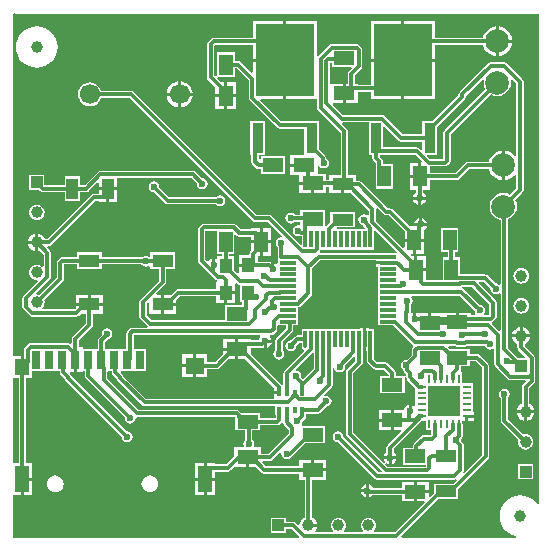
<source format=gtl>
G04*
G04 #@! TF.GenerationSoftware,Altium Limited,Altium Designer,20.1.12 (249)*
G04*
G04 Layer_Physical_Order=1*
G04 Layer_Color=255*
%FSLAX25Y25*%
%MOIN*%
G70*
G04*
G04 #@! TF.SameCoordinates,A4FAC8CF-ADEF-4931-830A-096F340B5E0A*
G04*
G04*
G04 #@! TF.FilePolarity,Positive*
G04*
G01*
G75*
%ADD15R,0.07087X0.04528*%
%ADD16R,0.10630X0.10236*%
%ADD17R,0.00984X0.02953*%
%ADD18R,0.02953X0.00984*%
%ADD19R,0.04528X0.07087*%
%ADD20R,0.07087X0.04331*%
%ADD21R,0.07087X0.03937*%
%ADD22R,0.03937X0.07087*%
%ADD23R,0.01378X0.01968*%
%ADD24R,0.04331X0.05118*%
%ADD25R,0.03740X0.09843*%
%ADD26R,0.19291X0.24016*%
%ADD27R,0.01181X0.05709*%
%ADD28R,0.05709X0.01181*%
%ADD29R,0.02756X0.06299*%
%ADD30R,0.04724X0.05512*%
%ADD31R,0.04724X0.08661*%
%ADD32R,0.06299X0.05512*%
%ADD33R,0.07087X0.04842*%
%ADD34R,0.04842X0.07087*%
%ADD58C,0.01181*%
%ADD59C,0.07874*%
%ADD60C,0.03937*%
%ADD61C,0.06693*%
%ADD62R,0.03937X0.03937*%
%ADD63R,0.03937X0.03937*%
%ADD64C,0.02362*%
G36*
X285811Y448638D02*
Y424567D01*
X285311Y424398D01*
X285017Y424781D01*
X283986Y425572D01*
X282785Y426070D01*
X281996Y426174D01*
Y421260D01*
Y416346D01*
X282785Y416450D01*
X283986Y416947D01*
X285017Y417739D01*
X285311Y418122D01*
X285811Y417952D01*
Y413510D01*
X283755Y411454D01*
X282680Y411899D01*
X281496Y412055D01*
X280312Y411899D01*
X279209Y411442D01*
X278261Y410715D01*
X277534Y409768D01*
X277077Y408664D01*
X276922Y407480D01*
X277077Y406296D01*
X277534Y405193D01*
X278261Y404246D01*
X279209Y403519D01*
X280312Y403062D01*
X280574Y403027D01*
Y381756D01*
X280074Y381488D01*
X279709Y381732D01*
X279015Y381871D01*
X278931Y381854D01*
X276259Y384526D01*
X275866Y384789D01*
X275401Y384882D01*
X267038D01*
Y390593D01*
X265388D01*
Y392173D01*
X266518D01*
Y400457D01*
X260794D01*
Y392173D01*
X262963D01*
Y390593D01*
X261313D01*
Y382931D01*
X255628D01*
Y385951D01*
X252364D01*
Y386451D01*
X251864D01*
Y390995D01*
X250838D01*
X250571Y391322D01*
X250765Y391772D01*
X251345D01*
Y395815D01*
X248582D01*
Y393881D01*
X248119Y393690D01*
X239000Y402809D01*
Y406657D01*
X238980Y406759D01*
X239441Y407005D01*
X241602Y404844D01*
X241996Y404581D01*
X242460Y404489D01*
X243237D01*
X248582Y399144D01*
Y396815D01*
X251845D01*
X255109D01*
Y399735D01*
X255509Y400002D01*
X255992Y400724D01*
X256061Y401075D01*
X251639D01*
X251462Y400858D01*
X250296D01*
X244596Y406558D01*
X244203Y406821D01*
X243739Y406913D01*
X242962D01*
X234103Y415772D01*
X233709Y416035D01*
X233245Y416127D01*
X232499D01*
Y417883D01*
X229756D01*
Y432575D01*
X229663Y433039D01*
X229400Y433432D01*
X227739Y435093D01*
X227946Y435594D01*
X236587D01*
Y424795D01*
X237843D01*
Y423622D01*
X237935Y423158D01*
X238198Y422765D01*
X238945Y422017D01*
Y419193D01*
X238968Y419076D01*
Y413378D01*
X244693D01*
Y421661D01*
X241370D01*
Y422520D01*
X241278Y422984D01*
X241015Y423377D01*
X240267Y424124D01*
Y424717D01*
X240335Y424772D01*
X252164D01*
X254411Y422525D01*
X254219Y422063D01*
X254142D01*
Y417520D01*
X253642D01*
Y417020D01*
X250378D01*
Y412976D01*
X252380D01*
Y412065D01*
X252020Y411824D01*
X251538Y411103D01*
X251468Y410752D01*
X255717D01*
X255647Y411103D01*
X255165Y411824D01*
X254805Y412065D01*
Y412976D01*
X256906D01*
Y416307D01*
X265911D01*
X266375Y416400D01*
X266768Y416663D01*
X270153Y420048D01*
X276676D01*
X276686Y419971D01*
X277184Y418770D01*
X277975Y417739D01*
X279006Y416947D01*
X280207Y416450D01*
X280996Y416346D01*
Y421260D01*
Y426174D01*
X280207Y426070D01*
X279006Y425572D01*
X277975Y424781D01*
X277184Y423750D01*
X276686Y422549D01*
X276676Y422472D01*
X269651D01*
X269187Y422380D01*
X268794Y422117D01*
X265408Y418732D01*
X256906D01*
Y420825D01*
X262076D01*
X262540Y420917D01*
X262933Y421180D01*
X263625Y421872D01*
X263888Y422265D01*
X263980Y422729D01*
Y431557D01*
X277269Y444845D01*
X278344Y444400D01*
X279528Y444244D01*
X280712Y444400D01*
X281815Y444857D01*
X282762Y445584D01*
X283489Y446532D01*
X283946Y447635D01*
X284102Y448819D01*
X283978Y449764D01*
X284451Y449998D01*
X285811Y448638D01*
D02*
G37*
G36*
X246671Y429458D02*
X247064Y429195D01*
X247528Y429103D01*
X254539D01*
Y426478D01*
X254077Y426287D01*
X253523Y426841D01*
X253130Y427104D01*
X252666Y427197D01*
X241524D01*
Y433952D01*
X241986Y434143D01*
X246671Y429458D01*
D02*
G37*
G36*
X275078Y449764D02*
X274953Y448819D01*
X275109Y447635D01*
X275554Y446560D01*
X261910Y432916D01*
X261648Y432523D01*
X261555Y432059D01*
Y423249D01*
X257115D01*
X256031Y424333D01*
X256222Y424795D01*
X259476D01*
Y434120D01*
X268620Y443264D01*
X268883Y443657D01*
X268975Y444121D01*
Y444369D01*
X274604Y449998D01*
X275078Y449764D01*
D02*
G37*
G36*
X245982Y392399D02*
X245791Y391937D01*
X243129D01*
X243012Y391960D01*
X220473D01*
X220351Y392111D01*
X220229Y392460D01*
X220419Y392744D01*
X220490Y393102D01*
X238394D01*
Y396438D01*
X238417Y396555D01*
Y399310D01*
X238879Y399502D01*
X245982Y392399D01*
D02*
G37*
G36*
X186114Y391528D02*
X187764D01*
Y390953D01*
X186213D01*
Y390344D01*
X185713Y390043D01*
X185531Y390079D01*
Y387955D01*
X184531D01*
Y390079D01*
X184180Y390009D01*
X183459Y389527D01*
X183315Y389312D01*
X182817Y389263D01*
X182106Y389974D01*
Y399341D01*
X186114D01*
Y391528D01*
D02*
G37*
G36*
X161047Y387979D02*
X161635Y387585D01*
X162330Y387447D01*
X163024Y387585D01*
X163278Y387755D01*
X163778Y387488D01*
Y386700D01*
X166708D01*
Y382789D01*
X160560Y376641D01*
X160297Y376248D01*
X160205Y375784D01*
Y370771D01*
X160297Y370307D01*
X160560Y369913D01*
X162914Y367560D01*
X162760Y367096D01*
X162732Y367059D01*
X157715D01*
X157252Y366967D01*
X156858Y366704D01*
X156166Y366013D01*
X155904Y365619D01*
X155811Y365155D01*
Y360136D01*
X154204D01*
Y360136D01*
X153826D01*
Y360136D01*
X149874D01*
Y360136D01*
X149496D01*
Y360136D01*
X148732D01*
Y362379D01*
X149649Y363296D01*
X150069Y363380D01*
X150658Y363773D01*
X151051Y364362D01*
X151189Y365056D01*
X151051Y365750D01*
X150658Y366339D01*
X150069Y366732D01*
X149375Y366870D01*
X148680Y366732D01*
X148092Y366339D01*
X147699Y365750D01*
X147560Y365056D01*
X147630Y364706D01*
X146662Y363738D01*
X146399Y363345D01*
X146307Y362881D01*
Y360136D01*
X145543D01*
Y360136D01*
X145165D01*
Y360136D01*
X141236D01*
Y360538D01*
X140070D01*
Y362912D01*
X144368Y367210D01*
X144631Y367603D01*
X144723Y368067D01*
Y371731D01*
X148054D01*
Y374396D01*
X143511D01*
X138967D01*
Y373446D01*
X138687Y373165D01*
X127964D01*
X127794Y373665D01*
X127815Y373681D01*
X128226Y374217D01*
X128485Y374842D01*
X128573Y375512D01*
X128485Y376182D01*
X128451Y376264D01*
X134715Y382529D01*
X134978Y382922D01*
X135071Y383386D01*
Y388251D01*
X139369D01*
Y386700D01*
X147652D01*
Y388251D01*
X160865D01*
X161047Y387979D01*
D02*
G37*
G36*
X276843Y374986D02*
Y371291D01*
X275310D01*
X275043Y371791D01*
X275287Y372156D01*
X275425Y372850D01*
X275287Y373545D01*
X274893Y374133D01*
X274305Y374527D01*
X273610Y374665D01*
X273527Y374648D01*
X268351Y379824D01*
X268067Y380014D01*
X267908Y380417D01*
X267879Y380612D01*
X267925Y380678D01*
X271151D01*
X276843Y374986D01*
D02*
G37*
G36*
X271813Y372934D02*
X271796Y372850D01*
X271934Y372156D01*
X272178Y371791D01*
X271911Y371291D01*
X270725D01*
Y372111D01*
X266682D01*
Y368847D01*
X265682D01*
Y372111D01*
X261964D01*
X261638Y372111D01*
X261638Y372111D01*
X261475Y372083D01*
Y372083D01*
X257432D01*
Y368820D01*
X256432D01*
Y372083D01*
X252894D01*
X252819Y372133D01*
X252468Y372203D01*
Y370079D01*
X251468D01*
Y372203D01*
X251117Y372133D01*
X251086Y372112D01*
X250636Y372413D01*
X250637Y372418D01*
Y374667D01*
X250708Y374714D01*
X251101Y375303D01*
X251239Y375997D01*
X251101Y376691D01*
X250725Y377255D01*
X250754Y377396D01*
X250897Y377755D01*
X266992D01*
X271813Y372934D01*
D02*
G37*
G36*
X277217Y380140D02*
X277200Y380056D01*
X277338Y379362D01*
X277732Y378773D01*
X278320Y378380D01*
X279015Y378242D01*
X279709Y378380D01*
X280074Y378624D01*
X280574Y378357D01*
Y366282D01*
X280074Y366074D01*
X277721Y368428D01*
X277818Y368913D01*
X277869Y368987D01*
X278221Y369221D01*
X278912Y369913D01*
X279175Y370307D01*
X279268Y370771D01*
Y375488D01*
X279175Y375952D01*
X278912Y376345D01*
X273263Y381995D01*
X273454Y382457D01*
X274899D01*
X277217Y380140D01*
D02*
G37*
G36*
X200524Y364237D02*
X200544Y364135D01*
X200073Y363430D01*
X199953Y362826D01*
X197260D01*
Y363205D01*
X193217D01*
Y359941D01*
Y356677D01*
X195545D01*
X205102Y347120D01*
Y345874D01*
X206791D01*
Y344874D01*
X205102D01*
Y343442D01*
X162492D01*
X154807Y351128D01*
X154592Y351449D01*
X153901Y352140D01*
X154108Y352640D01*
X154204D01*
Y352640D01*
X158035D01*
X158157Y352640D01*
X158535D01*
X158657Y352640D01*
X162488D01*
Y360136D01*
X158736D01*
X158535Y360136D01*
X158236Y360512D01*
Y364635D01*
X200378D01*
X200524Y364237D01*
D02*
G37*
G36*
X239158Y389280D02*
X243012D01*
Y388280D01*
X239158D01*
Y387189D01*
X239559D01*
Y383653D01*
Y379716D01*
Y375780D01*
Y371843D01*
Y367905D01*
X242895D01*
X243012Y367882D01*
X244774D01*
X251272Y361384D01*
X251347Y361334D01*
X251419Y360699D01*
X251342Y360622D01*
X251079Y360229D01*
X250987Y359765D01*
Y358154D01*
X249280Y356448D01*
X249197Y356464D01*
X248502Y356326D01*
X247914Y355933D01*
X247521Y355344D01*
X247382Y354650D01*
X247521Y353955D01*
X247914Y353367D01*
X248172Y353194D01*
Y353017D01*
X248265Y352553D01*
X248527Y352160D01*
X249153Y351534D01*
Y350937D01*
X248654Y350936D01*
Y350936D01*
X245724D01*
Y351945D01*
X245632Y352409D01*
X245369Y352802D01*
X242983Y355188D01*
X242590Y355451D01*
X242126Y355543D01*
X239405D01*
X238384Y356564D01*
Y359835D01*
X238394D01*
Y360561D01*
X238417Y360678D01*
Y363287D01*
X238394Y363404D01*
Y366740D01*
X236827D01*
Y367142D01*
X235736D01*
Y363287D01*
Y359433D01*
X235960D01*
Y356062D01*
X236052Y355598D01*
X236315Y355204D01*
X238046Y353473D01*
X238439Y353211D01*
X238903Y353118D01*
X241624D01*
X243300Y351443D01*
Y350936D01*
X240370D01*
Y345211D01*
X248654D01*
Y350519D01*
X249153Y350520D01*
X249245Y350057D01*
X249508Y349663D01*
X252157Y347014D01*
Y346350D01*
Y341269D01*
X251658Y341002D01*
X251247Y341276D01*
X250896Y341346D01*
Y339222D01*
X249896D01*
Y341346D01*
X249545Y341276D01*
X248824Y340794D01*
X248342Y340073D01*
X248233Y339526D01*
X245012D01*
Y336263D01*
Y332999D01*
X247265D01*
X247456Y332537D01*
X242903Y327984D01*
X242641Y327591D01*
X242548Y327127D01*
Y325499D01*
X242188Y325258D01*
X241706Y324536D01*
X241636Y324185D01*
X245885D01*
X245815Y324536D01*
X245333Y325258D01*
X244973Y325499D01*
Y326625D01*
X254204Y335855D01*
X254371Y336106D01*
X255799D01*
Y332866D01*
X257548D01*
Y331642D01*
X257200Y331295D01*
X254942D01*
X254478Y331203D01*
X254084Y330940D01*
X251605Y328460D01*
X251342Y328067D01*
X251250Y327603D01*
Y327122D01*
X248005D01*
Y321397D01*
X255667D01*
Y320753D01*
X242930D01*
X242138Y321545D01*
X242457Y321933D01*
X242910Y321631D01*
X243261Y321561D01*
Y323185D01*
X241636D01*
X241706Y322834D01*
X242008Y322382D01*
X241620Y322063D01*
X231540Y332143D01*
Y351890D01*
X234259Y354609D01*
X234522Y355003D01*
X234614Y355467D01*
Y359433D01*
X234736D01*
Y363287D01*
Y367142D01*
X233646D01*
Y366740D01*
X214362D01*
Y364500D01*
X212878D01*
X212414Y364407D01*
X212021Y364145D01*
X210713Y362837D01*
X210630Y362854D01*
X209936Y362716D01*
X209347Y362322D01*
X208954Y361734D01*
X208816Y361039D01*
X208954Y360345D01*
X209347Y359756D01*
X209936Y359363D01*
X210630Y359225D01*
X211324Y359363D01*
X211913Y359756D01*
X212306Y360345D01*
X212444Y361039D01*
X212428Y361123D01*
X213380Y362075D01*
X214339D01*
Y361024D01*
X214362Y360907D01*
Y359835D01*
X214803D01*
X215010Y359335D01*
X208493Y352818D01*
X208230Y352424D01*
X208138Y351960D01*
Y348121D01*
X207824Y347972D01*
X207638Y347970D01*
X207550Y348101D01*
X197260Y358392D01*
Y360402D01*
X201162D01*
X201529Y360475D01*
X201628Y360455D01*
Y362579D01*
X202128D01*
Y363079D01*
X204252D01*
X204182Y363430D01*
X203711Y364135D01*
X203731Y364237D01*
X203877Y364635D01*
X204219D01*
X204683Y364727D01*
X205077Y364990D01*
X205768Y365682D01*
X206031Y366075D01*
X206124Y366539D01*
Y367475D01*
X206291Y367905D01*
X209102D01*
Y366883D01*
X205836Y363617D01*
X205573Y363223D01*
X205481Y362759D01*
Y359598D01*
X205410Y359551D01*
X205017Y358962D01*
X204878Y358268D01*
X205017Y357573D01*
X205410Y356985D01*
X205999Y356591D01*
X206693Y356453D01*
X207387Y356591D01*
X207976Y356985D01*
X208369Y357573D01*
X208507Y358268D01*
X208369Y358962D01*
X207976Y359551D01*
X207905Y359598D01*
Y362257D01*
X211172Y365524D01*
X211435Y365917D01*
X211527Y366381D01*
Y367905D01*
X213197D01*
Y369874D01*
Y373846D01*
X213366Y373880D01*
X213759Y374143D01*
X217318Y377702D01*
X217581Y378095D01*
X217673Y378559D01*
Y386687D01*
X220522Y389536D01*
X239158D01*
Y389280D01*
D02*
G37*
G36*
X232190Y357310D02*
Y355969D01*
X229471Y353250D01*
X229208Y352856D01*
X229116Y352392D01*
Y331641D01*
X229208Y331177D01*
X229471Y330784D01*
X240915Y319339D01*
X240724Y318877D01*
X239924D01*
X228176Y330625D01*
X228192Y330709D01*
X228054Y331403D01*
X227661Y331992D01*
X227072Y332385D01*
X226378Y332523D01*
X225684Y332385D01*
X225095Y331992D01*
X224702Y331403D01*
X224564Y330709D01*
X224702Y330014D01*
X225095Y329426D01*
X225684Y329032D01*
X226378Y328894D01*
X226461Y328911D01*
X238565Y316808D01*
X238958Y316545D01*
X239422Y316453D01*
X264987D01*
X265451Y316545D01*
X265710Y316718D01*
X266028Y316330D01*
X264831Y315132D01*
X258262D01*
Y311713D01*
X257152Y310603D01*
X256690Y310794D01*
Y311948D01*
X252647D01*
Y309185D01*
X255081D01*
X255272Y308723D01*
X245384Y298834D01*
X238515D01*
X238345Y299334D01*
X238366Y299350D01*
X238778Y299887D01*
X239036Y300511D01*
X239124Y301181D01*
X239036Y301851D01*
X238778Y302476D01*
X238366Y303012D01*
X237830Y303423D01*
X237206Y303682D01*
X236535Y303770D01*
X235865Y303682D01*
X235241Y303423D01*
X234705Y303012D01*
X234293Y302476D01*
X234035Y301851D01*
X233946Y301181D01*
X234035Y300511D01*
X234293Y299887D01*
X234705Y299350D01*
X234726Y299334D01*
X234556Y298834D01*
X228515D01*
X228345Y299334D01*
X228366Y299350D01*
X228778Y299887D01*
X229036Y300511D01*
X229124Y301181D01*
X229036Y301851D01*
X228778Y302476D01*
X228366Y303012D01*
X227830Y303423D01*
X227205Y303682D01*
X226535Y303770D01*
X225865Y303682D01*
X225241Y303423D01*
X224705Y303012D01*
X224293Y302476D01*
X224035Y301851D01*
X223946Y301181D01*
X224035Y300511D01*
X224293Y299887D01*
X224705Y299350D01*
X224726Y299334D01*
X224556Y298834D01*
X219107D01*
X218860Y299334D01*
X219128Y299684D01*
X219427Y300406D01*
X219464Y300681D01*
X216535D01*
Y301681D01*
X219464D01*
X219427Y301956D01*
X219128Y302678D01*
X218653Y303298D01*
X218033Y303774D01*
X217748Y303892D01*
Y316397D01*
X222497D01*
Y319161D01*
X217954D01*
Y319661D01*
X217454D01*
Y322925D01*
X213411D01*
Y320873D01*
X202338D01*
X201026Y322185D01*
X201233Y322685D01*
X203669D01*
X204133Y322777D01*
X204526Y323040D01*
X207054Y325568D01*
X207515Y325322D01*
X207464Y325065D01*
X207602Y324371D01*
X207995Y323782D01*
X208584Y323389D01*
X209278Y323251D01*
X209972Y323389D01*
X210561Y323782D01*
X210661Y323931D01*
X210731Y323945D01*
X211125Y324208D01*
X215527Y328610D01*
X222096D01*
Y334334D01*
X214490D01*
X214255Y334834D01*
X214527Y335241D01*
X214665Y335935D01*
X214649Y336018D01*
X215326Y336696D01*
X215588Y337089D01*
X215681Y337553D01*
Y338083D01*
X215756D01*
Y338453D01*
X219587D01*
X220051Y338545D01*
X220444Y338808D01*
X222358Y340722D01*
X222441Y340705D01*
X223135Y340843D01*
X223724Y341237D01*
X224117Y341825D01*
X224255Y342520D01*
X224117Y343214D01*
X223724Y343803D01*
X223135Y344196D01*
X222441Y344334D01*
X222067Y344260D01*
X221820Y344720D01*
X224282Y347182D01*
X224545Y347576D01*
X224638Y348040D01*
Y353741D01*
X225137Y353790D01*
X225219Y353382D01*
X225612Y352794D01*
X226201Y352400D01*
X226895Y352262D01*
X227589Y352400D01*
X228178Y352794D01*
X228571Y353382D01*
X228709Y354077D01*
X228642Y354416D01*
X231728Y357502D01*
X232190Y357310D01*
D02*
G37*
G36*
X218276Y358518D02*
Y353652D01*
X214665Y350041D01*
X214044Y350662D01*
X214108Y350984D01*
X213970Y351679D01*
X213577Y352267D01*
X212988Y352661D01*
X212558Y352746D01*
X212393Y353289D01*
X217814Y358709D01*
X218276Y358518D01*
D02*
G37*
G36*
X118898Y471654D02*
X293406D01*
Y308260D01*
X293310Y308236D01*
X292905Y308203D01*
X292089Y309198D01*
X291038Y310061D01*
X289838Y310702D01*
X288537Y311097D01*
X287183Y311230D01*
X285829Y311097D01*
X284527Y310702D01*
X283328Y310061D01*
X282276Y309198D01*
X281413Y308146D01*
X280772Y306947D01*
X280377Y305645D01*
X280244Y304291D01*
X280377Y302938D01*
X280772Y301636D01*
X281413Y300436D01*
X282276Y299385D01*
X283328Y298522D01*
X284527Y297881D01*
X285661Y297537D01*
X285587Y297037D01*
X247668D01*
X247477Y297499D01*
X259976Y309998D01*
X266545D01*
Y313418D01*
X276448Y323320D01*
X276711Y323713D01*
X276803Y324177D01*
Y354196D01*
X276711Y354660D01*
X276448Y355054D01*
X273608Y357894D01*
X273215Y358156D01*
X272751Y358249D01*
X270323D01*
Y359899D01*
X263754D01*
X263086Y360567D01*
X263277Y361029D01*
X265282D01*
X265456Y360912D01*
X265920Y360820D01*
X268865D01*
X269328Y360912D01*
X269448Y360993D01*
X275243D01*
X275269Y360865D01*
X275662Y360276D01*
X276251Y359883D01*
X276945Y359745D01*
X277639Y359883D01*
X278004Y360127D01*
X278504Y359859D01*
Y354862D01*
X278596Y354399D01*
X278859Y354005D01*
X282950Y349914D01*
X283343Y349652D01*
X283807Y349559D01*
X288731D01*
X288922Y349097D01*
X288037Y348213D01*
X287774Y347819D01*
X287682Y347355D01*
Y341784D01*
X287397Y341666D01*
X286777Y341190D01*
X286301Y340570D01*
X286002Y339848D01*
X285966Y339573D01*
X288894D01*
X291823D01*
X291786Y339848D01*
X291487Y340570D01*
X291011Y341190D01*
X290391Y341666D01*
X290107Y341784D01*
Y346853D01*
X291818Y348565D01*
X292081Y348958D01*
X292173Y349422D01*
Y351703D01*
Y356958D01*
X292081Y357422D01*
X291818Y357815D01*
X288614Y361019D01*
Y361620D01*
X288899Y361738D01*
X289519Y362213D01*
X289995Y362834D01*
X290294Y363556D01*
X290330Y363831D01*
X287402D01*
X284473D01*
X284509Y363556D01*
X284809Y362834D01*
X285284Y362213D01*
X285905Y361738D01*
X286189Y361620D01*
Y360517D01*
X286282Y360053D01*
X286544Y359660D01*
X288845Y357360D01*
X288653Y356898D01*
X286549D01*
X282999Y360448D01*
Y403194D01*
X283783Y403519D01*
X284731Y404246D01*
X285458Y405193D01*
X285915Y406296D01*
X286071Y407480D01*
X285915Y408664D01*
X285470Y409739D01*
X287881Y412151D01*
X288144Y412544D01*
X288236Y413008D01*
Y449140D01*
X288144Y449604D01*
X287881Y449997D01*
X282674Y455204D01*
X282281Y455466D01*
X281817Y455559D01*
X277238D01*
X276774Y455466D01*
X276381Y455204D01*
X266905Y445728D01*
X266643Y445335D01*
X266550Y444871D01*
Y444623D01*
X257762Y435835D01*
X254539D01*
Y431527D01*
X248030D01*
X241894Y437663D01*
X241501Y437926D01*
X241037Y438018D01*
X228066D01*
X224633Y441451D01*
X224824Y441913D01*
X228043D01*
Y445177D01*
Y448441D01*
X224000D01*
X223653Y448797D01*
Y455481D01*
X224402D01*
Y454126D01*
X230802D01*
X230993Y453664D01*
X229917Y452587D01*
X229654Y452194D01*
X229561Y451730D01*
Y448441D01*
X229043D01*
Y445177D01*
Y441913D01*
X233087D01*
Y445638D01*
X237386D01*
Y443291D01*
X247532D01*
Y455799D01*
X237386D01*
Y448063D01*
X233087D01*
Y448441D01*
X231986D01*
Y451228D01*
X234133Y453375D01*
X234396Y453768D01*
X234488Y454232D01*
Y459744D01*
X234396Y460208D01*
X234133Y460602D01*
X233436Y461298D01*
X233043Y461561D01*
X232579Y461653D01*
X224364D01*
X223900Y461561D01*
X223507Y461298D01*
X219807Y457598D01*
X219795Y457598D01*
X219307Y457751D01*
Y469307D01*
X209161D01*
Y456299D01*
Y443291D01*
X219307D01*
X219449Y442850D01*
Y440456D01*
X219541Y439993D01*
X219804Y439599D01*
X227331Y432072D01*
Y417883D01*
X223412D01*
Y416423D01*
X222497D01*
Y418474D01*
X219583D01*
Y420959D01*
X220083Y421111D01*
X220287Y420805D01*
X220876Y420411D01*
X221570Y420273D01*
X222265Y420411D01*
X222853Y420805D01*
X223247Y421393D01*
X223385Y422088D01*
X223247Y422782D01*
X222853Y423371D01*
X222554Y423571D01*
X222464Y424021D01*
X222201Y424414D01*
X220106Y426510D01*
Y435835D01*
X216475D01*
X216358Y435858D01*
X207482D01*
X200511Y442829D01*
X200702Y443291D01*
X208161D01*
Y455799D01*
X198016D01*
Y452246D01*
X197554Y452054D01*
X194027Y455582D01*
X193633Y455844D01*
X193169Y455937D01*
X191996D01*
Y458866D01*
X185957D01*
Y451117D01*
X185484Y450908D01*
X185183Y451145D01*
Y461027D01*
X185541Y461386D01*
X198016D01*
Y456799D01*
X208161D01*
Y469307D01*
X198016D01*
Y463811D01*
X185039D01*
X184575Y463718D01*
X184182Y463456D01*
X183113Y462387D01*
X182851Y461993D01*
X182758Y461529D01*
Y450537D01*
X182851Y450073D01*
X183113Y449680D01*
X185555Y447238D01*
Y444909D01*
X188476D01*
Y448953D01*
X187269D01*
X186140Y450083D01*
X186347Y450583D01*
X191996D01*
Y453512D01*
X192667D01*
X196615Y449565D01*
Y443799D01*
X196707Y443335D01*
X196970Y442942D01*
X206123Y433788D01*
X206516Y433526D01*
X206980Y433433D01*
X215169D01*
Y424795D01*
X214717Y424681D01*
X210496D01*
Y421760D01*
X215039D01*
Y420760D01*
X210496D01*
Y417839D01*
X213411D01*
Y415710D01*
X217954D01*
Y415210D01*
X218454D01*
Y411946D01*
X222497D01*
Y413998D01*
X223412D01*
Y411946D01*
X227455D01*
Y414915D01*
X228455D01*
Y411946D01*
X230784D01*
X236576Y406155D01*
Y404743D01*
X236076Y404532D01*
X235642Y404821D01*
X234948Y404959D01*
X234254Y404821D01*
X233665Y404428D01*
X233272Y403839D01*
X233134Y403145D01*
X233272Y402451D01*
X233665Y401862D01*
X234254Y401469D01*
X234674Y401385D01*
X234873Y401187D01*
X234889Y401106D01*
X235151Y400713D01*
X235394Y400470D01*
X235203Y400008D01*
X226222D01*
X225955Y400508D01*
X225974Y400537D01*
X232097D01*
Y405671D01*
X223814D01*
Y402251D01*
X222596Y401033D01*
X222478Y401043D01*
X222096Y401199D01*
Y406261D01*
X213812D01*
Y404756D01*
X211960D01*
X211913Y404826D01*
X211324Y405220D01*
X210630Y405358D01*
X209936Y405220D01*
X209347Y404826D01*
X208954Y404238D01*
X208816Y403543D01*
X208954Y402849D01*
X209347Y402260D01*
X209936Y401867D01*
X210630Y401729D01*
X211324Y401867D01*
X211913Y402260D01*
X211960Y402331D01*
X213812D01*
Y401633D01*
X213312Y401223D01*
X213070Y401271D01*
X212376Y401133D01*
X211787Y400740D01*
X211394Y400151D01*
X211256Y399457D01*
X211394Y398762D01*
X211787Y398174D01*
X212376Y397780D01*
X213070Y397642D01*
X213516Y397731D01*
X213564Y397699D01*
X214028Y397607D01*
X214339D01*
Y396555D01*
X214362Y396438D01*
Y394986D01*
X213900Y394794D01*
X204294Y404400D01*
X203901Y404663D01*
X203437Y404756D01*
X199321D01*
X158337Y445739D01*
X157944Y446002D01*
X157480Y446094D01*
X147469D01*
X147147Y446871D01*
X146514Y447695D01*
X145690Y448328D01*
X144731Y448725D01*
X143701Y448861D01*
X142671Y448725D01*
X141711Y448328D01*
X140887Y447695D01*
X140255Y446871D01*
X139857Y445912D01*
X139722Y444882D01*
X139857Y443852D01*
X140255Y442892D01*
X140887Y442068D01*
X141711Y441436D01*
X142671Y441039D01*
X143701Y440903D01*
X144731Y441039D01*
X145690Y441436D01*
X146514Y442068D01*
X147147Y442892D01*
X147469Y443670D01*
X156978D01*
X197962Y402686D01*
X198355Y402423D01*
X198819Y402331D01*
X202935D01*
X207640Y397626D01*
X207450Y397227D01*
X207402Y397157D01*
X206723Y397022D01*
X206135Y396629D01*
X205741Y396040D01*
X205603Y395346D01*
X205741Y394651D01*
X206135Y394063D01*
X206268Y393973D01*
Y390748D01*
X206291Y390631D01*
Y388753D01*
X205791Y388485D01*
X205418Y388735D01*
X205067Y388804D01*
Y386680D01*
X204067D01*
Y388834D01*
X203855Y388976D01*
X203391Y389069D01*
X199650D01*
Y391126D01*
X200287D01*
Y395169D01*
X197524D01*
Y392840D01*
X197202Y392519D01*
X196940Y392126D01*
X196847Y391662D01*
Y391415D01*
X193319D01*
Y388356D01*
X196485D01*
Y387356D01*
X193319D01*
Y385426D01*
X192857Y385235D01*
X191740Y386352D01*
Y390953D01*
X190189D01*
Y391528D01*
X191839D01*
Y397928D01*
X192300Y398119D01*
X192655Y397765D01*
X193048Y397502D01*
X193512Y397410D01*
X197524D01*
Y396169D01*
X200287D01*
Y400213D01*
X197524D01*
Y399834D01*
X194014D01*
X192438Y401410D01*
X192045Y401673D01*
X191581Y401765D01*
X181585D01*
X181121Y401673D01*
X180728Y401410D01*
X180036Y400718D01*
X179773Y400325D01*
X179681Y399861D01*
Y389472D01*
X179773Y389008D01*
X180036Y388615D01*
X183932Y384719D01*
X185580Y383072D01*
X185923Y382842D01*
X185935Y382628D01*
X185875Y382342D01*
X185875D01*
Y379995D01*
X173185D01*
X172721Y379903D01*
X172327Y379640D01*
X170749Y378062D01*
X168420D01*
Y375396D01*
X172463D01*
Y376347D01*
X173687Y377571D01*
X185875D01*
Y375224D01*
X188540D01*
Y378783D01*
X189040D01*
Y379283D01*
X192206D01*
Y381751D01*
X192706Y381958D01*
X192972Y381692D01*
X193365Y381429D01*
X193721Y381358D01*
Y375644D01*
X194457D01*
Y374614D01*
X188575D01*
Y369512D01*
X164391D01*
X162630Y371273D01*
Y375199D01*
X162889Y375405D01*
X163377Y375189D01*
Y371731D01*
X167420D01*
Y374896D01*
X167920D01*
D01*
X167420D01*
Y378062D01*
X166063D01*
X165872Y378524D01*
X168777Y381429D01*
X169040Y381823D01*
X169132Y382287D01*
Y386700D01*
X172062D01*
Y392227D01*
X163778D01*
Y390966D01*
X163278Y390768D01*
X163024Y390938D01*
X162330Y391076D01*
X161635Y390938D01*
X161243Y390676D01*
X147652D01*
Y392227D01*
X139369D01*
Y390676D01*
X134550D01*
X134086Y390583D01*
X133693Y390321D01*
X133001Y389629D01*
X132738Y389235D01*
X132646Y388772D01*
Y383888D01*
X126737Y377979D01*
X126654Y378013D01*
X125984Y378101D01*
X125958Y378097D01*
X125725Y378571D01*
X126674Y379521D01*
X126875Y379655D01*
X130401Y383180D01*
X130663Y383574D01*
X130756Y384038D01*
Y391953D01*
X130663Y392417D01*
X130401Y392810D01*
X129373Y393838D01*
X129564Y394300D01*
X130010D01*
X130474Y394392D01*
X130867Y394655D01*
X145500Y409287D01*
X146687D01*
Y408909D01*
X149156D01*
Y412952D01*
X146687D01*
Y411712D01*
X144998D01*
X144534Y411619D01*
X144140Y411356D01*
X129508Y396724D01*
X128695D01*
X128577Y397009D01*
X128101Y397629D01*
X127481Y398105D01*
X126759Y398404D01*
X126484Y398440D01*
Y395512D01*
Y392583D01*
X126759Y392620D01*
X127044Y392738D01*
X128331Y391451D01*
Y387491D01*
X127831Y387322D01*
X127815Y387343D01*
X127279Y387754D01*
X126654Y388013D01*
X125984Y388101D01*
X125314Y388013D01*
X124690Y387754D01*
X124153Y387343D01*
X123742Y386806D01*
X123483Y386182D01*
X123395Y385512D01*
X123483Y384842D01*
X123742Y384217D01*
X124153Y383681D01*
X124690Y383270D01*
X125314Y383011D01*
X125984Y382923D01*
X126010Y382926D01*
X126244Y382453D01*
X125294Y381503D01*
X125094Y381369D01*
X121568Y377843D01*
X121305Y377450D01*
X121213Y376986D01*
Y374038D01*
X121305Y373574D01*
X121568Y373180D01*
X123653Y371096D01*
X124046Y370833D01*
X124510Y370741D01*
X139189D01*
X139653Y370833D01*
X140046Y371096D01*
X140682Y371731D01*
X142298D01*
Y368569D01*
X138001Y364271D01*
X137738Y363878D01*
X137645Y363414D01*
Y361830D01*
X137145Y361657D01*
X136862Y361847D01*
X136398Y361939D01*
X123995D01*
X123531Y361847D01*
X123138Y361584D01*
X122056Y360502D01*
X121793Y360108D01*
X121701Y359644D01*
Y357782D01*
X121641D01*
Y354026D01*
X120641D01*
Y357782D01*
X118110D01*
Y471788D01*
X118572Y471979D01*
X118898Y471654D01*
D02*
G37*
G36*
X150898Y352217D02*
X150990Y351753D01*
X151252Y351360D01*
X152663Y349949D01*
X152878Y349628D01*
X161133Y341373D01*
X161526Y341110D01*
X161990Y341018D01*
X205504D01*
Y338083D01*
X205579D01*
Y336921D01*
X200461D01*
Y338571D01*
X194343D01*
X194224Y338748D01*
X193532Y339440D01*
X193139Y339703D01*
X192675Y339795D01*
X159951D01*
X149459Y350287D01*
Y352434D01*
X149874Y352640D01*
X150898D01*
Y352217D01*
D02*
G37*
G36*
X139358Y352238D02*
X141236D01*
Y352640D01*
X141976D01*
Y351077D01*
X142069Y350613D01*
X142331Y350220D01*
X155371Y337180D01*
X155329Y336968D01*
X155467Y336274D01*
X155861Y335685D01*
X156449Y335292D01*
X157143Y335154D01*
X157838Y335292D01*
X158426Y335685D01*
X158820Y336274D01*
X158958Y336968D01*
X159385Y337383D01*
X159449Y337370D01*
X192157D01*
X192178Y337264D01*
Y332846D01*
X195429D01*
Y329607D01*
X195359Y329559D01*
X194965Y328971D01*
X194827Y328276D01*
X194949Y327661D01*
X194713Y327161D01*
X191776D01*
Y324153D01*
X189200Y321577D01*
X185527D01*
Y321955D01*
X182665D01*
Y317124D01*
X185527D01*
Y319152D01*
X189702D01*
X190166Y319245D01*
X190559Y319507D01*
X191407Y320355D01*
X191776Y320634D01*
Y320634D01*
X191776Y320634D01*
X195819D01*
Y323897D01*
X196819D01*
Y320634D01*
X199148D01*
X200978Y318804D01*
X201372Y318541D01*
X201835Y318449D01*
X213411D01*
Y316397D01*
X215323D01*
Y303892D01*
X215038Y303774D01*
X214418Y303298D01*
X213943Y302678D01*
X213643Y301956D01*
X213586Y301519D01*
X213058Y301340D01*
X212359Y302038D01*
X211966Y302301D01*
X211502Y302393D01*
X209102D01*
Y303748D01*
X203969D01*
Y298614D01*
X209102D01*
Y299969D01*
X211000D01*
X213470Y297499D01*
X213279Y297037D01*
X118110D01*
Y311294D01*
X120641D01*
Y316624D01*
X121141D01*
Y317124D01*
X124504D01*
Y321955D01*
X122353D01*
Y350270D01*
X124504D01*
Y352640D01*
X127842D01*
Y352640D01*
X128220D01*
Y352640D01*
X132173D01*
Y352640D01*
X132551D01*
Y352640D01*
X133575D01*
Y352217D01*
X133667Y351753D01*
X133930Y351360D01*
X135340Y349950D01*
X135555Y349628D01*
X154391Y330792D01*
X154374Y330709D01*
X154512Y330014D01*
X154905Y329426D01*
X155494Y329032D01*
X156188Y328894D01*
X156883Y329032D01*
X157471Y329426D01*
X157865Y330014D01*
X158003Y330709D01*
X157865Y331403D01*
X157471Y331992D01*
X156883Y332385D01*
X156188Y332523D01*
X156105Y332506D01*
X137484Y351128D01*
X137269Y351449D01*
X136980Y351739D01*
X137187Y352238D01*
X138358D01*
Y356388D01*
X139358D01*
Y352238D01*
D02*
G37*
G36*
X207857Y335526D02*
X208160Y335408D01*
X208230Y335052D01*
X208493Y334658D01*
X210007Y333144D01*
Y331950D01*
X203167Y325110D01*
X200863D01*
Y327161D01*
X198569D01*
X198333Y327661D01*
X198456Y328276D01*
X198318Y328971D01*
X197924Y329559D01*
X197854Y329607D01*
Y332846D01*
X200461D01*
Y334496D01*
X206100D01*
X206563Y334588D01*
X206957Y334851D01*
X207638Y335533D01*
X207857Y335526D01*
D02*
G37*
G36*
X119929Y321955D02*
X118110D01*
Y350270D01*
X119929D01*
Y321955D01*
D02*
G37*
G36*
X274378Y353694D02*
Y324679D01*
X268471Y318772D01*
X268083Y319091D01*
X268256Y319350D01*
X268348Y319814D01*
Y327873D01*
X268256Y328337D01*
X267993Y328730D01*
X267364Y329359D01*
X267434Y329709D01*
X267364Y330059D01*
X267589Y330284D01*
X267852Y330677D01*
X267945Y331141D01*
Y334941D01*
X267852Y335405D01*
X267823Y335449D01*
Y336106D01*
X268890D01*
Y337598D01*
X269390D01*
Y338098D01*
X271866D01*
Y339090D01*
X271465D01*
Y344382D01*
Y348532D01*
X267823D01*
Y352173D01*
X267528D01*
X267410Y352294D01*
X267261Y352673D01*
X267302Y352734D01*
X267394Y353198D01*
Y354174D01*
X270323D01*
Y355824D01*
X272248D01*
X274378Y353694D01*
D02*
G37*
%LPC*%
G36*
X253142Y422063D02*
X250378D01*
Y418020D01*
X253142D01*
Y422063D01*
D02*
G37*
G36*
X255717Y409752D02*
X254092D01*
Y408128D01*
X254443Y408197D01*
X255165Y408679D01*
X255647Y409401D01*
X255717Y409752D01*
D02*
G37*
G36*
X253092D02*
X251468D01*
X251538Y409401D01*
X252020Y408679D01*
X252741Y408197D01*
X253092Y408128D01*
Y409752D01*
D02*
G37*
G36*
X254437Y403699D02*
Y402075D01*
X256061D01*
X255992Y402426D01*
X255509Y403147D01*
X254788Y403629D01*
X254437Y403699D01*
D02*
G37*
G36*
X253437D02*
X253086Y403629D01*
X252364Y403147D01*
X251883Y402426D01*
X251813Y402075D01*
X253437D01*
Y403699D01*
D02*
G37*
G36*
X255109Y395815D02*
X252345D01*
Y391772D01*
X255109D01*
Y395815D01*
D02*
G37*
G36*
X255628Y390995D02*
X252864D01*
Y386951D01*
X255628D01*
Y390995D01*
D02*
G37*
G36*
X148054Y378062D02*
X144011D01*
Y375396D01*
X148054D01*
Y378062D01*
D02*
G37*
G36*
X143011D02*
X138967D01*
Y375396D01*
X143011D01*
Y378062D01*
D02*
G37*
G36*
X192217Y363205D02*
X188173D01*
Y360441D01*
X192217D01*
Y363205D01*
D02*
G37*
G36*
Y359441D02*
X188173D01*
Y358392D01*
X185414Y355632D01*
X182771D01*
Y358175D01*
X179122D01*
Y354420D01*
Y350664D01*
X182771D01*
Y353207D01*
X185916D01*
X186380Y353300D01*
X186773Y353562D01*
X189888Y356677D01*
X192217D01*
Y359441D01*
D02*
G37*
G36*
X178122Y358175D02*
X174472D01*
Y354920D01*
X178122D01*
Y358175D01*
D02*
G37*
G36*
Y353920D02*
X174472D01*
Y350664D01*
X178122D01*
Y353920D01*
D02*
G37*
G36*
X204252Y362079D02*
X202628D01*
Y360455D01*
X202979Y360525D01*
X203700Y361007D01*
X204182Y361728D01*
X204252Y362079D01*
D02*
G37*
G36*
X244012Y339526D02*
X239969D01*
Y336763D01*
X244012D01*
Y339526D01*
D02*
G37*
G36*
Y335763D02*
X239969D01*
Y332999D01*
X244012D01*
Y335763D01*
D02*
G37*
G36*
X245885Y323185D02*
X244261D01*
Y321561D01*
X244612Y321631D01*
X245333Y322113D01*
X245815Y322834D01*
X245885Y323185D01*
D02*
G37*
G36*
X222497Y322925D02*
X218454D01*
Y320161D01*
X222497D01*
Y322925D01*
D02*
G37*
G36*
X251647Y315712D02*
X247604D01*
Y313661D01*
X238175D01*
X237714Y314351D01*
X236993Y314833D01*
X236642Y314903D01*
Y312778D01*
Y310654D01*
X236993Y310724D01*
X237714Y311206D01*
X237734Y311236D01*
X247604D01*
Y309185D01*
X251647D01*
Y312448D01*
Y315712D01*
D02*
G37*
G36*
X235642Y314903D02*
X235291Y314833D01*
X234569Y314351D01*
X234087Y313629D01*
X234017Y313278D01*
X235642D01*
Y314903D01*
D02*
G37*
G36*
X256690Y315712D02*
X252647D01*
Y312948D01*
X256690D01*
Y315712D01*
D02*
G37*
G36*
X235642Y312278D02*
X234017D01*
X234087Y311927D01*
X234569Y311206D01*
X235291Y310724D01*
X235642Y310654D01*
Y312278D01*
D02*
G37*
G36*
X280028Y467512D02*
Y463098D01*
X284441D01*
X284337Y463887D01*
X283840Y465088D01*
X283049Y466119D01*
X282017Y466911D01*
X280816Y467408D01*
X280028Y467512D01*
D02*
G37*
G36*
X284441Y462098D02*
X280028D01*
Y457685D01*
X280816Y457789D01*
X282017Y458286D01*
X283049Y459077D01*
X283840Y460109D01*
X284337Y461310D01*
X284441Y462098D01*
D02*
G37*
G36*
X258677Y469307D02*
X248532D01*
Y456799D01*
X258677D01*
Y461386D01*
X274708D01*
X274718Y461310D01*
X275215Y460109D01*
X276006Y459077D01*
X277038Y458286D01*
X278239Y457789D01*
X279028Y457685D01*
Y462598D01*
Y467512D01*
X278239Y467408D01*
X277038Y466911D01*
X276006Y466119D01*
X275215Y465088D01*
X274718Y463887D01*
X274708Y463811D01*
X258677D01*
Y469307D01*
D02*
G37*
G36*
X247532D02*
X237386D01*
Y456799D01*
X247532D01*
Y469307D01*
D02*
G37*
G36*
X125984Y467569D02*
X124630Y467436D01*
X123329Y467041D01*
X122129Y466399D01*
X121078Y465536D01*
X120215Y464485D01*
X119573Y463285D01*
X119179Y461984D01*
X119045Y460630D01*
X119179Y459276D01*
X119573Y457974D01*
X120215Y456775D01*
X121078Y455723D01*
X122129Y454860D01*
X123329Y454219D01*
X124630Y453824D01*
X125984Y453691D01*
X127338Y453824D01*
X128640Y454219D01*
X129839Y454860D01*
X130891Y455723D01*
X131754Y456775D01*
X132395Y457974D01*
X132790Y459276D01*
X132923Y460630D01*
X132790Y461984D01*
X132395Y463285D01*
X131754Y464485D01*
X130891Y465536D01*
X129839Y466399D01*
X128640Y467041D01*
X127338Y467436D01*
X125984Y467569D01*
D02*
G37*
G36*
X174122Y449200D02*
Y445382D01*
X177940D01*
X177857Y446017D01*
X177419Y447074D01*
X176722Y447982D01*
X175814Y448678D01*
X174757Y449117D01*
X174122Y449200D01*
D02*
G37*
G36*
X173122Y449200D02*
X172487Y449117D01*
X171430Y448678D01*
X170522Y447982D01*
X169825Y447074D01*
X169387Y446017D01*
X169304Y445382D01*
X173122D01*
Y449200D01*
D02*
G37*
G36*
X192398Y448953D02*
X189476D01*
Y444909D01*
X192398D01*
Y448953D01*
D02*
G37*
G36*
X258677Y455799D02*
X248532D01*
Y443291D01*
X258677D01*
Y455799D01*
D02*
G37*
G36*
X173122Y444382D02*
X169304D01*
X169387Y443747D01*
X169825Y442690D01*
X170522Y441782D01*
X171430Y441085D01*
X172487Y440647D01*
X173122Y440564D01*
Y444382D01*
D02*
G37*
G36*
X177940D02*
X174122D01*
Y440564D01*
X174757Y440647D01*
X175814Y441085D01*
X176722Y441782D01*
X177419Y442690D01*
X177857Y443747D01*
X177940Y444382D01*
D02*
G37*
G36*
X192398Y443909D02*
X189476D01*
Y439866D01*
X192398D01*
Y443909D01*
D02*
G37*
G36*
X188476D02*
X185555D01*
Y439866D01*
X188476D01*
Y443909D01*
D02*
G37*
G36*
X202153Y435835D02*
X197216D01*
Y424795D01*
X197504D01*
Y422438D01*
X197596Y421974D01*
X197859Y421581D01*
X199037Y420403D01*
X199430Y420140D01*
X199894Y420048D01*
X200583D01*
Y418240D01*
X208866D01*
Y424279D01*
X200583D01*
Y423422D01*
X200083Y423158D01*
X199928Y423263D01*
Y424795D01*
X202153D01*
Y435835D01*
D02*
G37*
G36*
X178136Y419397D02*
X147195D01*
X146731Y419304D01*
X146337Y419042D01*
X141960Y414664D01*
X140412D01*
Y417594D01*
X135278D01*
Y414664D01*
X128551D01*
Y418079D01*
X123417D01*
Y412945D01*
X126837D01*
X127187Y412595D01*
X127580Y412332D01*
X128044Y412240D01*
X135278D01*
Y409310D01*
X140412D01*
Y412240D01*
X142462D01*
X142926Y412332D01*
X143320Y412595D01*
X146225Y415500D01*
X146687Y415309D01*
Y413952D01*
X149656D01*
X152624D01*
Y416972D01*
X177634D01*
X179369Y415237D01*
X179353Y415153D01*
X179491Y414459D01*
X179884Y413870D01*
X180473Y413477D01*
X181167Y413339D01*
X181861Y413477D01*
X182450Y413870D01*
X182843Y414459D01*
X182981Y415153D01*
X182843Y415848D01*
X182450Y416436D01*
X181861Y416830D01*
X181167Y416968D01*
X181084Y416951D01*
X178993Y419042D01*
X178600Y419304D01*
X178136Y419397D01*
D02*
G37*
G36*
X217454Y414710D02*
X213411D01*
Y411946D01*
X217454D01*
Y414710D01*
D02*
G37*
G36*
X152624Y412952D02*
X150156D01*
Y408909D01*
X152624D01*
Y412952D01*
D02*
G37*
G36*
X165064Y415828D02*
X164369Y415690D01*
X163780Y415297D01*
X163387Y414708D01*
X163249Y414014D01*
X163387Y413319D01*
X163780Y412731D01*
X164369Y412337D01*
X165064Y412199D01*
X165147Y412216D01*
X168771Y408592D01*
X169164Y408329D01*
X169628Y408237D01*
X185678D01*
X185725Y408166D01*
X186313Y407772D01*
X187008Y407634D01*
X187702Y407772D01*
X188291Y408166D01*
X188684Y408754D01*
X188822Y409449D01*
X188684Y410143D01*
X188291Y410732D01*
X187702Y411125D01*
X187008Y411263D01*
X186313Y411125D01*
X185725Y410732D01*
X185678Y410661D01*
X170130D01*
X166861Y413930D01*
X166878Y414014D01*
X166740Y414708D01*
X166347Y415297D01*
X165758Y415690D01*
X165064Y415828D01*
D02*
G37*
G36*
X125984Y408101D02*
X125314Y408013D01*
X124690Y407754D01*
X124153Y407343D01*
X123742Y406806D01*
X123483Y406182D01*
X123395Y405512D01*
X123483Y404842D01*
X123742Y404217D01*
X124153Y403681D01*
X124690Y403270D01*
X125314Y403011D01*
X125984Y402923D01*
X126654Y403011D01*
X127279Y403270D01*
X127815Y403681D01*
X128226Y404217D01*
X128485Y404842D01*
X128573Y405512D01*
X128485Y406182D01*
X128226Y406806D01*
X127815Y407343D01*
X127279Y407754D01*
X126654Y408013D01*
X125984Y408101D01*
D02*
G37*
G36*
X204051Y400213D02*
X201287D01*
Y396169D01*
X204051D01*
Y400213D01*
D02*
G37*
G36*
X125484Y398440D02*
X125209Y398404D01*
X124487Y398105D01*
X123867Y397629D01*
X123391Y397009D01*
X123092Y396287D01*
X123056Y396012D01*
X125484D01*
Y398440D01*
D02*
G37*
G36*
Y395012D02*
X123056D01*
X123092Y394737D01*
X123391Y394015D01*
X123867Y393395D01*
X124487Y392919D01*
X125209Y392620D01*
X125484Y392583D01*
Y395012D01*
D02*
G37*
G36*
X204051Y395169D02*
X201287D01*
Y391126D01*
X204051D01*
Y395169D01*
D02*
G37*
G36*
X287402Y386920D02*
X286732Y386832D01*
X286107Y386573D01*
X285571Y386161D01*
X285159Y385625D01*
X284901Y385001D01*
X284812Y384331D01*
X284901Y383661D01*
X285159Y383036D01*
X285571Y382500D01*
X286107Y382088D01*
X286732Y381830D01*
X287402Y381742D01*
X288072Y381830D01*
X288696Y382088D01*
X289232Y382500D01*
X289644Y383036D01*
X289902Y383661D01*
X289991Y384331D01*
X289902Y385001D01*
X289644Y385625D01*
X289232Y386161D01*
X288696Y386573D01*
X288072Y386832D01*
X287402Y386920D01*
D02*
G37*
G36*
X192206Y378283D02*
X189540D01*
Y375224D01*
X192206D01*
Y378283D01*
D02*
G37*
G36*
X287402Y376920D02*
X286732Y376832D01*
X286107Y376573D01*
X285571Y376162D01*
X285159Y375625D01*
X284901Y375001D01*
X284812Y374331D01*
X284901Y373661D01*
X285159Y373036D01*
X285571Y372500D01*
X286107Y372089D01*
X286732Y371830D01*
X287402Y371742D01*
X288072Y371830D01*
X288696Y372089D01*
X289232Y372500D01*
X289644Y373036D01*
X289902Y373661D01*
X289991Y374331D01*
X289902Y375001D01*
X289644Y375625D01*
X289232Y376162D01*
X288696Y376573D01*
X288072Y376832D01*
X287402Y376920D01*
D02*
G37*
G36*
X172463Y374396D02*
X168420D01*
Y371731D01*
X172463D01*
Y374396D01*
D02*
G37*
G36*
X287902Y367259D02*
Y364831D01*
X290330D01*
X290294Y365106D01*
X289995Y365828D01*
X289519Y366448D01*
X288899Y366924D01*
X288176Y367223D01*
X287902Y367259D01*
D02*
G37*
G36*
X286902D02*
X286627Y367223D01*
X285905Y366924D01*
X285284Y366448D01*
X284809Y365828D01*
X284509Y365106D01*
X284473Y364831D01*
X286902D01*
Y367259D01*
D02*
G37*
G36*
X291823Y338573D02*
X289394D01*
Y336145D01*
X289669Y336181D01*
X290391Y336480D01*
X291011Y336956D01*
X291487Y337576D01*
X291786Y338298D01*
X291823Y338573D01*
D02*
G37*
G36*
X288394D02*
X285966D01*
X286002Y338298D01*
X286301Y337576D01*
X286777Y336956D01*
X287397Y336480D01*
X288119Y336181D01*
X288394Y336145D01*
Y338573D01*
D02*
G37*
G36*
X281860Y346818D02*
X281166Y346679D01*
X280577Y346286D01*
X280184Y345698D01*
X280046Y345003D01*
X280184Y344309D01*
X280577Y343720D01*
X280648Y343673D01*
Y336107D01*
X280740Y335644D01*
X281003Y335250D01*
X286427Y329826D01*
X286393Y329743D01*
X286305Y329073D01*
X286393Y328403D01*
X286652Y327779D01*
X287063Y327242D01*
X287600Y326831D01*
X288224Y326572D01*
X288894Y326484D01*
X289564Y326572D01*
X290189Y326831D01*
X290725Y327242D01*
X291136Y327779D01*
X291395Y328403D01*
X291483Y329073D01*
X291395Y329743D01*
X291136Y330368D01*
X290725Y330904D01*
X290189Y331315D01*
X289564Y331574D01*
X288894Y331662D01*
X288224Y331574D01*
X288142Y331540D01*
X283072Y336610D01*
Y343673D01*
X283143Y343720D01*
X283536Y344309D01*
X283674Y345003D01*
X283536Y345698D01*
X283143Y346286D01*
X282554Y346679D01*
X281860Y346818D01*
D02*
G37*
G36*
X291461Y321640D02*
X286327D01*
Y316506D01*
X291461D01*
Y321640D01*
D02*
G37*
G36*
X181665Y321955D02*
X178803D01*
Y317124D01*
X181665D01*
Y321955D01*
D02*
G37*
G36*
X163661Y317845D02*
X162937Y317750D01*
X162263Y317471D01*
X161684Y317026D01*
X161240Y316447D01*
X160961Y315773D01*
X160865Y315050D01*
X160961Y314326D01*
X161240Y313652D01*
X161684Y313073D01*
X162263Y312629D01*
X162937Y312349D01*
X163661Y312254D01*
X164384Y312349D01*
X165059Y312629D01*
X165638Y313073D01*
X166082Y313652D01*
X166361Y314326D01*
X166456Y315050D01*
X166361Y315773D01*
X166082Y316447D01*
X165638Y317026D01*
X165059Y317471D01*
X164384Y317750D01*
X163661Y317845D01*
D02*
G37*
G36*
X132165D02*
X131441Y317750D01*
X130767Y317471D01*
X130188Y317026D01*
X129744Y316447D01*
X129465Y315773D01*
X129369Y315050D01*
X129465Y314326D01*
X129744Y313652D01*
X130188Y313073D01*
X130767Y312629D01*
X131441Y312349D01*
X132165Y312254D01*
X132888Y312349D01*
X133563Y312629D01*
X134142Y313073D01*
X134586Y313652D01*
X134865Y314326D01*
X134960Y315050D01*
X134865Y315773D01*
X134586Y316447D01*
X134142Y317026D01*
X133563Y317471D01*
X132888Y317750D01*
X132165Y317845D01*
D02*
G37*
G36*
X124504Y316124D02*
X121641D01*
Y311294D01*
X124504D01*
Y316124D01*
D02*
G37*
G36*
X185527Y316124D02*
X182665D01*
Y311294D01*
X185527D01*
Y316124D01*
D02*
G37*
G36*
X181665D02*
X178803D01*
Y311294D01*
X181665D01*
Y316124D01*
D02*
G37*
G36*
X271866Y337098D02*
X269890D01*
Y336106D01*
X271866D01*
Y337098D01*
D02*
G37*
%LPD*%
D15*
X217954Y403399D02*
D03*
Y415210D02*
D03*
X252147Y312448D02*
D03*
Y324259D02*
D03*
X266182Y357036D02*
D03*
Y368847D02*
D03*
X256932Y368820D02*
D03*
Y357009D02*
D03*
X244512Y348074D02*
D03*
Y336263D02*
D03*
X196319Y335708D02*
D03*
Y323897D02*
D03*
X217954Y331472D02*
D03*
Y319661D02*
D03*
X192717Y371752D02*
D03*
Y359941D02*
D03*
X228543Y445177D02*
D03*
Y456988D02*
D03*
D16*
X261811Y342520D02*
D03*
D17*
X266732Y334941D02*
D03*
X264764D02*
D03*
X262795D02*
D03*
X260827D02*
D03*
X258858D02*
D03*
X256890D02*
D03*
Y350098D02*
D03*
X258858D02*
D03*
X260827D02*
D03*
X262795D02*
D03*
X264764D02*
D03*
X266732D02*
D03*
D18*
X254232Y337598D02*
D03*
Y339567D02*
D03*
Y341535D02*
D03*
Y343504D02*
D03*
Y345472D02*
D03*
Y347441D02*
D03*
X269390D02*
D03*
Y345472D02*
D03*
Y343504D02*
D03*
Y341535D02*
D03*
Y339567D02*
D03*
Y337598D02*
D03*
D19*
X264175Y386451D02*
D03*
X252364D02*
D03*
X251845Y396315D02*
D03*
X263656D02*
D03*
X188976Y395669D02*
D03*
X200787D02*
D03*
X241831Y417520D02*
D03*
X253642D02*
D03*
D20*
X143511Y389463D02*
D03*
X167920D02*
D03*
Y374896D02*
D03*
X143511D02*
D03*
D21*
X262404Y312565D02*
D03*
Y324376D02*
D03*
X227955Y414915D02*
D03*
Y403104D02*
D03*
D22*
X137845Y413452D02*
D03*
X149656D02*
D03*
D23*
X209350Y345374D02*
D03*
X211910D02*
D03*
X214469D02*
D03*
Y339665D02*
D03*
X206791D02*
D03*
X209350D02*
D03*
X206791Y345374D02*
D03*
X211910Y339665D02*
D03*
D24*
X196485Y387856D02*
D03*
Y378801D02*
D03*
X188976Y387795D02*
D03*
X189040Y378783D02*
D03*
D25*
X199685Y430315D02*
D03*
X217638D02*
D03*
X239055D02*
D03*
X257008D02*
D03*
D26*
X208661Y456299D02*
D03*
X248031D02*
D03*
D27*
X215551Y396555D02*
D03*
X217520D02*
D03*
X219488D02*
D03*
X221457D02*
D03*
X223425D02*
D03*
X225394D02*
D03*
X227362D02*
D03*
X229331D02*
D03*
X231299D02*
D03*
X233268D02*
D03*
X235236D02*
D03*
X237205D02*
D03*
Y363287D02*
D03*
X235236D02*
D03*
X233268D02*
D03*
X231299D02*
D03*
X229331D02*
D03*
X227362D02*
D03*
X225394D02*
D03*
X223425D02*
D03*
X221457D02*
D03*
X219488D02*
D03*
X217520D02*
D03*
X215551D02*
D03*
D28*
X243012Y390748D02*
D03*
Y388779D02*
D03*
Y386811D02*
D03*
Y384842D02*
D03*
Y382874D02*
D03*
Y380906D02*
D03*
Y378937D02*
D03*
Y376969D02*
D03*
Y375000D02*
D03*
Y373031D02*
D03*
Y371063D02*
D03*
Y369094D02*
D03*
X209744D02*
D03*
Y371063D02*
D03*
Y373031D02*
D03*
Y375000D02*
D03*
Y376969D02*
D03*
Y378937D02*
D03*
Y380906D02*
D03*
Y382874D02*
D03*
Y384842D02*
D03*
Y386811D02*
D03*
Y388779D02*
D03*
Y390748D02*
D03*
D29*
X160511Y356388D02*
D03*
X156181D02*
D03*
X151850D02*
D03*
X147519D02*
D03*
X143189D02*
D03*
X138858D02*
D03*
X134527D02*
D03*
X130196D02*
D03*
X125866D02*
D03*
D30*
X121141Y354026D02*
D03*
D31*
Y316624D02*
D03*
X182165Y316624D02*
D03*
D32*
X178622Y354420D02*
D03*
D33*
X215039Y421260D02*
D03*
X204724D02*
D03*
D03*
D34*
X188976Y454724D02*
D03*
D03*
Y444410D02*
D03*
D58*
X210630Y403543D02*
X217810D01*
X217224Y403399D02*
X217954D01*
X217810Y403543D02*
X217954Y403399D01*
X248329Y386451D02*
X251845D01*
X228543Y414915D02*
X233245D01*
X255673Y370079D02*
X266182D01*
X251845Y386451D02*
X252364D01*
X227955Y414915D02*
X228543D01*
X266182Y370079D02*
X277363D01*
X275980Y362205D02*
X276625Y361559D01*
X276945D01*
X245276Y369094D02*
X252129Y362241D01*
X265920Y362032D02*
X268865D01*
X267110Y367919D02*
X276515D01*
X267717Y364804D02*
X267943Y365030D01*
X268865Y362032D02*
X269037Y362205D01*
X252129Y362241D02*
X265712D01*
X269037Y362205D02*
X275980D01*
X265712Y362241D02*
X265920Y362032D01*
X268573Y365030D02*
X268691Y365147D01*
X276515Y367919D02*
X279716Y364718D01*
Y354862D02*
Y364718D01*
X267943Y365030D02*
X268573D01*
X266182Y368847D02*
X267110Y367919D01*
X268691Y365147D02*
X275367D01*
X281786Y359946D02*
X286024Y355709D01*
X281496Y407480D02*
X281786Y407190D01*
Y359946D02*
Y407190D01*
X264175Y385343D02*
Y386451D01*
Y385343D02*
X265849Y383669D01*
X275401D01*
X279015Y380056D01*
X180894Y389472D02*
Y399861D01*
Y389472D02*
X184789Y385577D01*
X184806Y385593D02*
Y387729D01*
X184789Y385577D02*
X186437Y383929D01*
X184806Y387729D02*
X185031Y387955D01*
X184789Y385577D02*
X184806Y385593D01*
X220020Y390748D02*
X243012D01*
X216461Y387189D02*
X220020Y390748D01*
X209744D02*
X212902D01*
X216461Y387189D01*
Y378559D02*
Y387189D01*
X209744Y375000D02*
X212902D01*
X216461Y378559D01*
X215551Y398819D02*
Y401726D01*
X214028Y398819D02*
X215551D01*
X207480Y390748D02*
Y395283D01*
X215551Y396555D02*
Y398819D01*
X213390Y399457D02*
X214028Y398819D01*
X213070Y399457D02*
X213390D01*
X207480Y390748D02*
X209744D01*
X207418Y395346D02*
X207480Y395283D01*
X198819Y403543D02*
X203437D01*
X213772Y393208D01*
Y393208D02*
Y393208D01*
Y393208D02*
X214468Y392512D01*
X237205Y396555D02*
Y400374D01*
X236009Y401570D02*
X237205Y400374D01*
X236009Y401570D02*
Y401765D01*
X234948Y402825D02*
X236009Y401765D01*
X234948Y402825D02*
Y403145D01*
X251845Y386970D02*
Y388250D01*
Y386970D02*
X252364Y386451D01*
X237788Y402307D02*
X251845Y388250D01*
X237788Y402307D02*
Y406657D01*
X225626Y414160D02*
X230285D01*
X224575Y415210D02*
X225626Y414160D01*
X230285D02*
X237788Y406657D01*
X165064Y414014D02*
X169628Y409449D01*
X187008D01*
X130010Y395512D02*
X144998Y410499D01*
X148278D02*
X149656Y411877D01*
X144998Y410499D02*
X148278D01*
X125984Y395512D02*
X130010D01*
X149656Y411877D02*
Y413452D01*
X121141Y316624D02*
Y354026D01*
X212851Y335935D02*
X214469Y337553D01*
Y339665D01*
X196319Y335708D02*
X206100D01*
X206791Y336400D02*
Y339665D01*
X206100Y335708D02*
X206791Y336400D01*
X196319Y335708D02*
X196641Y335386D01*
Y328276D02*
Y335386D01*
X216674Y331472D02*
X217954D01*
X210267Y325065D02*
X216674Y331472D01*
X209278Y325065D02*
X210267D01*
X252109Y336263D02*
X253346Y337500D01*
X253445Y337598D01*
X253346Y336713D02*
Y337500D01*
X243761Y327127D02*
X253346Y336713D01*
X243761Y323686D02*
Y327127D01*
X236471Y312448D02*
X252147D01*
X236141Y312778D02*
X236471Y312448D01*
X202549Y376626D02*
Y378111D01*
X203241Y378803D01*
X207134Y378937D02*
X209744D01*
X207001Y378803D02*
X207134Y378937D01*
X203241Y378803D02*
X207001D01*
X198800Y372878D02*
X202549Y376626D01*
X202093Y372251D02*
X204328Y374486D01*
Y375896D01*
X205400Y376969D01*
X198800Y370347D02*
Y372878D01*
X198054Y377232D02*
X199054D01*
X196485Y378801D02*
X198054Y377232D01*
X205400Y376969D02*
X209744D01*
X143511Y389463D02*
X162330D01*
X196752Y368299D02*
X198800Y370347D01*
X163889Y368299D02*
X196752D01*
X162330Y389463D02*
X167920D01*
X192717Y359941D02*
X194390Y361614D01*
X201162D01*
X202128Y362579D01*
X204911Y366539D02*
Y369388D01*
X157715Y365847D02*
X204219D01*
X157024Y365155D02*
X157715Y365847D01*
X204219D02*
X204911Y366539D01*
Y369388D02*
X206586Y371063D01*
X209744D01*
X153735Y350485D02*
X161990Y342230D01*
X209561D02*
X211228Y343897D01*
X161990Y342230D02*
X209561D01*
X261477Y360461D02*
X264902Y357036D01*
X249197Y368931D02*
X253115Y365013D01*
X252199Y357652D02*
Y359765D01*
X253115Y365013D02*
X261361D01*
X264902Y357036D02*
X266182D01*
X249197Y354650D02*
X252199Y357652D01*
X252896Y360461D02*
X261477D01*
X252199Y359765D02*
X252896Y360461D01*
X249197Y368931D02*
Y372190D01*
X253906Y350900D02*
Y351521D01*
X255148Y352764D01*
X267494Y378967D02*
X273610Y372850D01*
X254629Y381719D02*
X266932D01*
X278055Y370771D02*
Y375488D01*
X245651Y378967D02*
X267494D01*
X254038Y382310D02*
X254629Y381719D01*
X271654Y381890D02*
X278055Y375488D01*
X267103Y381890D02*
X271654D01*
X266932Y381719D02*
X267103Y381890D01*
X252364Y386451D02*
X254038Y384778D01*
Y382310D02*
Y384778D01*
X277363Y370079D02*
X278055Y370771D01*
X264175Y386451D02*
Y395796D01*
X263656Y396315D02*
X264175Y395796D01*
X251969Y370079D02*
X255673D01*
X249197Y372190D02*
X249425Y372418D01*
Y375997D01*
X224575Y415210D02*
X227660D01*
X217954D02*
X224575D01*
X247344Y387436D02*
X248329Y386451D01*
X247344Y387436D02*
Y387605D01*
X246170Y388779D02*
X247344Y387605D01*
X243012Y388779D02*
X246170D01*
X227660Y415210D02*
X227955Y414915D01*
X230774Y446850D02*
X238976D01*
X230774Y451730D02*
X233276Y454232D01*
X220661Y456738D02*
X224364Y460441D01*
X227955Y414915D02*
X228543Y415503D01*
X230774Y446850D02*
Y451730D01*
X224364Y460441D02*
X232579D01*
X228543Y415503D02*
Y432575D01*
X229100Y445177D02*
X230774Y446850D01*
X232579Y460441D02*
X233276Y459744D01*
X220661Y440456D02*
X228543Y432575D01*
Y445177D02*
X229100D01*
X233276Y454232D02*
Y459744D01*
X220661Y440456D02*
Y456738D01*
X222441Y441929D02*
X227564Y436806D01*
X241037D02*
X247528Y430315D01*
X227564Y436806D02*
X241037D01*
X222441Y441929D02*
Y456001D01*
X247528Y430315D02*
X257008D01*
X267763Y444871D02*
X277238Y454347D01*
X281496Y407480D02*
X287024Y413008D01*
X267763Y444121D02*
Y444871D01*
X287024Y413008D02*
Y449140D01*
X257008Y433366D02*
X267763Y444121D01*
X281817Y454347D02*
X287024Y449140D01*
X257008Y430315D02*
Y433366D01*
X277238Y454347D02*
X281817D01*
X262768Y432059D02*
X279528Y448819D01*
X262076Y422037D02*
X262768Y422729D01*
X256613Y422037D02*
X262076D01*
X262768Y422729D02*
Y432059D01*
X248031Y455905D02*
Y456299D01*
X238976Y446850D02*
X248031Y455905D01*
X254331Y462598D02*
X279528D01*
X248031Y456299D02*
X254331Y462598D01*
X286024Y355709D02*
X287402Y354331D01*
X282790Y355709D02*
X286024D01*
X282675Y355823D02*
X282790Y355709D01*
X279716Y354862D02*
X283807Y350772D01*
X290029D01*
X281860Y336107D02*
X288894Y329073D01*
X281860Y336107D02*
Y345003D01*
X266182Y357036D02*
X272751D01*
X275590Y354196D01*
Y324177D02*
Y354196D01*
X267136Y319814D02*
Y327873D01*
X239422Y317665D02*
X264987D01*
X267136Y319814D01*
X262404Y312565D02*
X263978D01*
X275590Y324177D01*
X226378Y330709D02*
X239422Y317665D01*
X250000Y336263D02*
X252109D01*
X244512D02*
X250000D01*
X250170Y338996D02*
X250396Y339222D01*
X250170Y336433D02*
Y338996D01*
X250000Y336263D02*
X250170Y336433D01*
X250365Y350520D02*
Y352036D01*
X253445Y347441D02*
X254232D01*
X249384Y353017D02*
X250365Y352036D01*
X249384Y353017D02*
Y354462D01*
X249197Y354650D02*
X249384Y354462D01*
X250365Y350520D02*
X253445Y347441D01*
X258760Y350197D02*
X258858Y350098D01*
X258760Y350197D02*
Y351878D01*
X257874Y352764D02*
X258760Y351878D01*
X255148Y352764D02*
X257874D01*
X230328Y331641D02*
Y352392D01*
X242428Y319541D02*
X256187D01*
X230328Y331641D02*
X242428Y319541D01*
X216535Y301181D02*
Y318242D01*
X217954Y319661D01*
X243012Y369094D02*
X245276D01*
X256932Y368820D02*
X266154D01*
X266182Y368847D01*
X255673Y370079D02*
X256932Y368820D01*
X253445Y337598D02*
X254232D01*
X251845Y396315D02*
X253519Y397988D01*
Y400837D01*
X253937Y401255D01*
Y401575D01*
X253592Y417470D02*
X253642Y417520D01*
X253592Y410252D02*
Y417470D01*
X216281Y416884D02*
X217954Y415210D01*
X215039Y421260D02*
X216281Y420018D01*
Y416884D02*
Y420018D01*
X134550Y389463D02*
X143511D01*
X161417Y370771D02*
X163889Y368299D01*
X161417Y370771D02*
Y375784D01*
X167920Y382287D02*
Y389463D01*
X161417Y375784D02*
X167920Y382287D01*
X196911Y387856D02*
X198059Y389004D01*
X196911Y387856D02*
X203391D01*
X196485D02*
X196911D01*
X203391D02*
X204567Y386680D01*
X200787Y395669D02*
Y396949D01*
X199114Y398622D02*
X200787Y396949D01*
X193512Y398622D02*
X199114D01*
X191581Y400553D02*
X193512Y398622D01*
X181585Y400553D02*
X191581D01*
X180894Y399861D02*
X181585Y400553D01*
X186437Y383929D02*
X188225D01*
X189040Y383114D01*
Y378783D02*
Y383114D01*
X188976Y387402D02*
X193829Y382549D01*
X202143Y384479D02*
X203747Y382874D01*
X201823Y384479D02*
X202143D01*
X188976Y387402D02*
Y387795D01*
X199833Y382549D02*
X201476Y380906D01*
X193829Y382549D02*
X199833D01*
X157024Y356595D02*
Y365155D01*
X147519Y356388D02*
Y362881D01*
X149375Y364737D01*
Y365056D01*
X217638Y427264D02*
Y430315D01*
Y427264D02*
X221344Y423557D01*
Y422314D02*
Y423557D01*
Y422314D02*
X221570Y422088D01*
X137845Y413452D02*
X142462D01*
X147195Y418184D01*
X178136D01*
X181167Y415153D01*
X128044Y413452D02*
X137845D01*
X125984Y415512D02*
X128044Y413452D01*
X122425Y376986D02*
X125951Y380512D01*
X139189Y371953D02*
X142133Y374896D01*
X125951Y380512D02*
X126017D01*
X124510Y371953D02*
X139189D01*
X129543Y384038D02*
Y391953D01*
X122425Y374038D02*
Y376986D01*
X142133Y374896D02*
X143511D01*
X125984Y395512D02*
X129543Y391953D01*
X126017Y380512D02*
X129543Y384038D01*
X122425Y374038D02*
X124510Y371953D01*
X133858Y388772D02*
X134550Y389463D01*
X133858Y383386D02*
Y388772D01*
X125984Y375512D02*
X133858Y383386D01*
X138858Y358160D02*
Y363414D01*
X123995Y360727D02*
X136398D01*
X137094Y359924D02*
Y360030D01*
X122913Y359644D02*
X123995Y360727D01*
X136398D02*
X137094Y360030D01*
X122913Y355798D02*
Y359644D01*
X138858Y356388D02*
Y358160D01*
X121141Y354026D02*
X122913Y355798D01*
X137094Y359924D02*
X138858Y358160D01*
X143511Y368067D02*
Y374896D01*
X138858Y363414D02*
X143511Y368067D01*
X173185Y378783D02*
X189040D01*
X169298Y374896D02*
X173185Y378783D01*
X167920Y374896D02*
X169298D01*
X198059Y389004D02*
Y391662D01*
X200787Y394390D01*
Y395669D01*
X209350Y335516D02*
X211220Y333646D01*
Y331448D02*
Y333646D01*
X203669Y323897D02*
X211220Y331448D01*
X197599Y323897D02*
X203669D01*
X196319D02*
X197599D01*
X209350Y335516D02*
Y339665D01*
X189702Y320364D02*
X194649Y325312D01*
X194905D01*
X196319Y323897D01*
X182165Y316624D02*
Y318593D01*
X183937Y320364D01*
X189702D01*
X195040Y335708D02*
X196319D01*
X201835Y319661D02*
X217954D01*
X197599Y323897D02*
X201835Y319661D01*
X192717Y359941D02*
X193996D01*
X206693Y347244D01*
Y345472D02*
Y347244D01*
Y345472D02*
X206791Y345374D01*
X178622Y354420D02*
X185916D01*
X191437Y359941D01*
X192717D01*
X260829Y312565D02*
X262404D01*
X206535Y301181D02*
X211502D01*
X215061Y297622D01*
X245886D01*
X260829Y312565D01*
X290961Y351703D02*
Y356958D01*
X287402Y360517D02*
X290961Y356958D01*
X287402Y360517D02*
Y364331D01*
X290961Y349422D02*
Y351703D01*
X288894Y339073D02*
Y347355D01*
X290961Y349422D01*
X290029Y350772D02*
X290961Y351703D01*
X226380Y403104D02*
X227955D01*
X223425Y400149D02*
X226380Y403104D01*
X223425Y396555D02*
Y400149D01*
X251845Y396315D02*
Y397594D01*
X243739Y405701D02*
X251845Y397594D01*
X242460Y405701D02*
X243739D01*
X233245Y414915D02*
X242460Y405701D01*
X253642Y417520D02*
X253642Y417520D01*
X269651Y421260D02*
X281496D01*
X253642Y417520D02*
X265911D01*
X269651Y421260D01*
X252666Y425984D02*
X256613Y422037D01*
X240335Y425984D02*
X252666D01*
X239055Y423622D02*
Y427264D01*
Y430315D01*
Y427264D02*
X240335Y425984D01*
X223133Y456693D02*
X230118D01*
X222441Y456001D02*
X223133Y456693D01*
X188976Y454724D02*
X193169D01*
X217638Y430315D02*
Y433366D01*
X216358Y434646D02*
X217638Y433366D01*
X206980Y434646D02*
X216358D01*
X197827Y443799D02*
X206980Y434646D01*
X197827Y443799D02*
Y450067D01*
X193169Y454724D02*
X197827Y450067D01*
X201476Y380906D02*
X209744D01*
X203747Y382874D02*
X209744D01*
X188976Y387795D02*
Y395669D01*
X192717Y371752D02*
X193996D01*
X195669Y373425D01*
Y377986D01*
X196485Y378801D01*
X193367Y337382D02*
Y337891D01*
Y337382D02*
X195040Y335708D01*
X192675Y338583D02*
X193367Y337891D01*
X148246Y349785D02*
X159449Y338583D01*
X192675D01*
X143189Y351077D02*
X157143Y337122D01*
Y336968D02*
Y337122D01*
X256879Y320233D02*
Y323684D01*
X256187Y319541D02*
X256879Y320233D01*
X265620Y329389D02*
Y329709D01*
Y329389D02*
X267136Y327873D01*
X266732Y331141D02*
Y334941D01*
X265620Y329709D02*
Y330028D01*
X266732Y331141D01*
X136412Y350485D02*
X156188Y330709D01*
X248038Y381606D02*
Y381739D01*
X245621Y378937D02*
X245651Y378967D01*
X243012Y378937D02*
X245621D01*
X243012Y380906D02*
X247338D01*
X248038Y381606D01*
X264665Y333125D02*
Y334842D01*
X264764Y334941D01*
X262404Y330864D02*
X264665Y333125D01*
X262404Y324376D02*
Y330864D01*
X210315Y366381D02*
Y369094D01*
X209744D02*
X210315D01*
X206693Y362759D02*
X210315Y366381D01*
X206693Y358268D02*
Y362759D01*
X212878Y363287D02*
X215551D01*
X210630Y361039D02*
X212878Y363287D01*
X210630Y361039D02*
X210856Y360813D01*
X219587Y339665D02*
X222441Y342520D01*
X215551Y361024D02*
Y363287D01*
X226895Y354077D02*
Y354383D01*
X212294Y350698D02*
X214665Y348327D01*
X212294Y350698D02*
Y350984D01*
X157480Y444882D02*
X198819Y403543D01*
X143701Y444882D02*
X157480D01*
X214468Y392512D02*
X218603D01*
X219299Y393208D02*
Y393756D01*
X219488Y393945D02*
Y396555D01*
X219299Y393756D02*
X219488Y393945D01*
X218603Y392512D02*
X219299Y393208D01*
X240158Y419193D02*
X241831Y417520D01*
X240158Y419193D02*
Y422520D01*
X239055Y423622D02*
X240158Y422520D01*
X202362Y462598D02*
X208661Y456299D01*
X185039Y462598D02*
X202362D01*
X183970Y450537D02*
Y461529D01*
X185039Y462598D01*
X183970Y450537D02*
X188976Y445532D01*
Y444410D02*
Y445532D01*
X198716Y422438D02*
X199894Y421260D01*
X198716Y429346D02*
X199685Y430315D01*
X198716Y422438D02*
Y429346D01*
X199894Y421260D02*
X204724D01*
X215551Y401726D02*
X217224Y403399D01*
X214469Y348130D02*
X219488Y353150D01*
X209350Y351960D02*
X217454Y360064D01*
X209350Y345374D02*
Y351960D01*
X217454Y360064D02*
Y360975D01*
X214469Y345374D02*
Y348130D01*
X143189Y351077D02*
Y356388D01*
X147779Y353989D02*
X148246Y353521D01*
Y349785D02*
Y353521D01*
X136412Y350485D02*
Y350592D01*
X134787Y352217D02*
X136412Y350592D01*
X134787Y352217D02*
Y353989D01*
X211228Y343897D02*
Y344398D01*
X211910Y345079D01*
X153735Y350485D02*
Y350592D01*
X152110Y352217D02*
X153735Y350592D01*
X152110Y352217D02*
Y353989D01*
X237172Y356062D02*
X238903Y354331D01*
X237172Y356062D02*
Y360645D01*
X237205Y360678D02*
Y363287D01*
X237172Y360645D02*
X237205Y360678D01*
X238903Y354331D02*
X242126D01*
X244512Y351945D01*
Y348074D02*
Y351945D01*
X230328Y352392D02*
X233402Y355467D01*
X231365Y358854D02*
Y360612D01*
X226895Y354383D02*
X231365Y358854D01*
X220495Y349283D02*
Y350002D01*
X221457Y350964D01*
X223425Y348040D02*
Y363287D01*
X218586Y343201D02*
X223425Y348040D01*
X213287Y343201D02*
X218586D01*
X221457Y350964D02*
Y363287D01*
X231299Y360678D02*
Y363287D01*
Y360678D02*
X231365Y360612D01*
X233402Y355467D02*
Y361501D01*
X257571Y324376D02*
X262404D01*
X256879Y323684D02*
X257571Y324376D01*
X252147Y324259D02*
X252462Y324574D01*
Y327603D02*
X254942Y330083D01*
X252462Y324574D02*
Y327603D01*
X254942Y330083D02*
X257702D01*
X258760Y331140D01*
Y334842D01*
X258858Y334941D01*
X264764Y350098D02*
X264862Y350197D01*
Y351878D01*
X266182Y353198D01*
Y357036D01*
X260827Y350098D02*
Y354393D01*
X258211Y357009D02*
X260827Y354393D01*
X256932Y357009D02*
X258211D01*
X219488Y353150D02*
Y363287D01*
X214469Y339665D02*
X219587D01*
X212591Y343897D02*
X213287Y343201D01*
X212591Y343897D02*
Y344398D01*
X211910Y345079D02*
X212591Y344398D01*
D59*
X281496Y407480D02*
D03*
Y421260D02*
D03*
X279528Y462598D02*
D03*
Y448819D02*
D03*
D60*
X125984Y460630D02*
D03*
X288894Y339073D02*
D03*
Y329073D02*
D03*
X287402Y384331D02*
D03*
Y364331D02*
D03*
Y374331D02*
D03*
X287183Y304291D02*
D03*
X125984Y385512D02*
D03*
Y405512D02*
D03*
Y395512D02*
D03*
Y375512D02*
D03*
X226535Y301181D02*
D03*
X216535D02*
D03*
X236535D02*
D03*
D61*
X143701Y444882D02*
D03*
X173622D02*
D03*
D62*
X288894Y319073D02*
D03*
X287402Y354331D02*
D03*
X125984Y415512D02*
D03*
D63*
X206535Y301181D02*
D03*
D64*
X210630Y403543D02*
D03*
X266182Y357036D02*
D03*
X267717Y364804D02*
D03*
X275367Y365147D02*
D03*
X276945Y361559D02*
D03*
X279015Y380056D02*
D03*
X185031Y387955D02*
D03*
X213070Y399457D02*
D03*
X207418Y395346D02*
D03*
X234948Y403145D02*
D03*
X187008Y409449D02*
D03*
X165064Y414014D02*
D03*
X212851Y335935D02*
D03*
X196641Y328276D02*
D03*
X209278Y325065D02*
D03*
X243761Y323686D02*
D03*
X236141Y312778D02*
D03*
X202093Y372251D02*
D03*
X199054Y377232D02*
D03*
X202128Y362579D02*
D03*
X261361Y365013D02*
D03*
X253906Y350900D02*
D03*
X273610Y372850D02*
D03*
X249425Y375997D02*
D03*
X282675Y355823D02*
D03*
X281860Y345003D02*
D03*
X250396Y339222D02*
D03*
X226378Y330709D02*
D03*
X251969Y370079D02*
D03*
X249197Y354650D02*
D03*
X253937Y401575D02*
D03*
X253592Y410252D02*
D03*
X205110Y373874D02*
D03*
X204567Y386680D02*
D03*
X201823Y384479D02*
D03*
X149375Y365056D02*
D03*
X221570Y422088D02*
D03*
X181167Y415153D02*
D03*
X156188Y330709D02*
D03*
X157143Y336968D02*
D03*
X265620Y329709D02*
D03*
X248038Y381739D02*
D03*
X206693Y358268D02*
D03*
X210630Y361039D02*
D03*
X222441Y342520D02*
D03*
X226895Y354077D02*
D03*
X212294Y350984D02*
D03*
X162330Y389262D02*
D03*
X220495Y349283D02*
D03*
M02*

</source>
